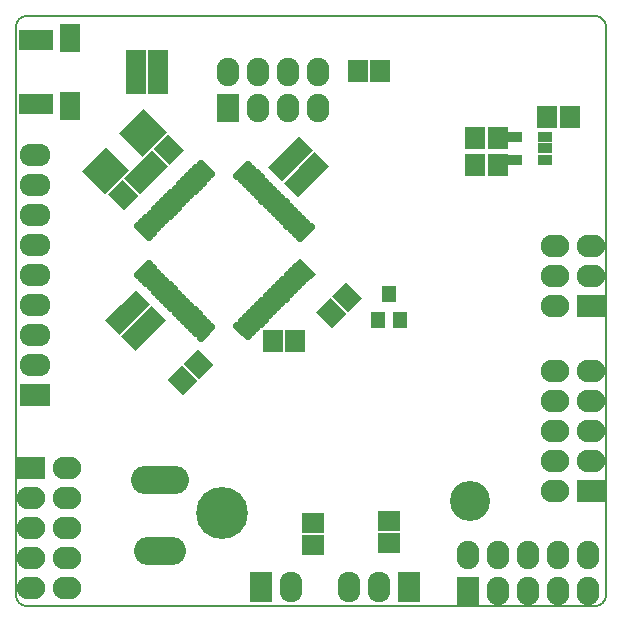
<source format=gbs>
%FSLAX34Y34*%
G04 Gerber Fmt 3.4, Leading zero omitted, Abs format*
G04 (created by PCBNEW (2013-11-08 BZR 4448)-product) date 2013-12-08T10:58:15 CET*
%MOIN*%
G01*
G70*
G90*
G04 APERTURE LIST*
%ADD10C,0.005906*%
%ADD11C,0.133858*%
%ADD12R,0.070848X0.094448*%
%ADD13R,0.112248X0.066948*%
%ADD14C,0.025548*%
%ADD15R,0.045748X0.035748*%
%ADD16R,0.047248X0.055148*%
%ADD17R,0.075748X0.102348*%
%ADD18O,0.075748X0.102348*%
%ADD19R,0.094448X0.075748*%
%ADD20O,0.094448X0.075748*%
%ADD21R,0.075748X0.094448*%
%ADD22O,0.075748X0.094448*%
%ADD23R,0.102348X0.075748*%
%ADD24O,0.102348X0.075748*%
%ADD25R,0.066948X0.074748*%
%ADD26R,0.074748X0.066948*%
%ADD27C,0.173228*%
%ADD28O,0.173248X0.094448*%
%ADD29O,0.192948X0.094448*%
G04 APERTURE END LIST*
G54D10*
X42913Y-43307D02*
G75*
G03X43307Y-42913I0J393D01*
G74*
G01*
X23622Y-42913D02*
G75*
G03X24015Y-43307I393J0D01*
G74*
G01*
X24015Y-23622D02*
G75*
G03X23622Y-24015I0J-393D01*
G74*
G01*
X43307Y-24015D02*
G75*
G03X42913Y-23622I-393J0D01*
G74*
G01*
X23622Y-42913D02*
X23622Y-24015D01*
X42913Y-43307D02*
X24015Y-43307D01*
X43307Y-24015D02*
X43307Y-42913D01*
X24015Y-23622D02*
X42913Y-23622D01*
G54D11*
X38779Y-39803D03*
G54D12*
X25443Y-24358D03*
X25443Y-26642D03*
G54D13*
X24309Y-24427D03*
X24309Y-26573D03*
G54D10*
G36*
X27884Y-26729D02*
X28663Y-27509D01*
X27856Y-28316D01*
X27077Y-27537D01*
X27884Y-26729D01*
X27884Y-26729D01*
G37*
G36*
X26631Y-27982D02*
X27411Y-28762D01*
X26603Y-29569D01*
X25824Y-28789D01*
X26631Y-27982D01*
X26631Y-27982D01*
G37*
G36*
X33100Y-31682D02*
X33635Y-32217D01*
X33455Y-32398D01*
X32919Y-31862D01*
X33100Y-31682D01*
X33100Y-31682D01*
G37*
G54D14*
X33315Y-32357D02*
X32961Y-32002D01*
X33176Y-32496D02*
X32821Y-32141D01*
X33037Y-32635D02*
X32682Y-32280D01*
X32898Y-32775D02*
X32543Y-32420D01*
X32759Y-32913D02*
X32404Y-32558D01*
X32620Y-33053D02*
X32265Y-32698D01*
X32480Y-33192D02*
X32125Y-32837D01*
X32341Y-33331D02*
X31986Y-32976D01*
X32202Y-33470D02*
X31847Y-33115D01*
X32063Y-33610D02*
X31708Y-33255D01*
X31924Y-33748D02*
X31569Y-33393D01*
X31785Y-33888D02*
X31430Y-33533D01*
X31645Y-34027D02*
X31290Y-33672D01*
X31506Y-34166D02*
X31151Y-33811D01*
X31367Y-34306D02*
X31012Y-33951D01*
X30141Y-33995D02*
X29786Y-34350D01*
X30002Y-33856D02*
X29647Y-34211D01*
X29863Y-33716D02*
X29508Y-34071D01*
X29723Y-33577D02*
X29368Y-33932D01*
X29584Y-33438D02*
X29229Y-33793D01*
X29446Y-33299D02*
X29091Y-33654D01*
X29306Y-33160D02*
X28951Y-33515D01*
X29167Y-33021D02*
X28812Y-33376D01*
X29028Y-32881D02*
X28673Y-33236D01*
X28888Y-32742D02*
X28533Y-33097D01*
X28749Y-32603D02*
X28394Y-32958D01*
X28610Y-32464D02*
X28255Y-32819D01*
X28471Y-32325D02*
X28116Y-32680D01*
X28332Y-32186D02*
X27977Y-32541D01*
X28193Y-32046D02*
X27838Y-32401D01*
X28053Y-31907D02*
X27698Y-32262D01*
X28053Y-30992D02*
X27698Y-30637D01*
X28193Y-30853D02*
X27838Y-30498D01*
X28332Y-30713D02*
X27977Y-30358D01*
X28471Y-30574D02*
X28116Y-30219D01*
X28610Y-30435D02*
X28255Y-30080D01*
X28749Y-30296D02*
X28394Y-29941D01*
X28888Y-30157D02*
X28533Y-29802D01*
X29028Y-30018D02*
X28673Y-29663D01*
X29167Y-29878D02*
X28812Y-29523D01*
X29306Y-29739D02*
X28951Y-29384D01*
X29446Y-29600D02*
X29091Y-29245D01*
X29584Y-29461D02*
X29229Y-29106D01*
X29723Y-29322D02*
X29368Y-28967D01*
X29863Y-29183D02*
X29508Y-28828D01*
X30002Y-29043D02*
X29647Y-28688D01*
X30141Y-28904D02*
X29786Y-28549D01*
X31367Y-28593D02*
X31012Y-28948D01*
X31506Y-28733D02*
X31151Y-29088D01*
X31785Y-29011D02*
X31430Y-29366D01*
X31650Y-28867D02*
X31295Y-29222D01*
X31924Y-29151D02*
X31569Y-29506D01*
X32063Y-29289D02*
X31708Y-29644D01*
X32202Y-29429D02*
X31847Y-29784D01*
X32341Y-29568D02*
X31986Y-29923D01*
X32480Y-29707D02*
X32125Y-30062D01*
X32620Y-29846D02*
X32265Y-30201D01*
X32757Y-29984D02*
X32402Y-30339D01*
X32896Y-30123D02*
X32541Y-30478D01*
X33035Y-30262D02*
X32681Y-30617D01*
X33175Y-30402D02*
X32820Y-30757D01*
X33313Y-30540D02*
X32958Y-30895D01*
X33453Y-30679D02*
X33098Y-31034D01*
G54D15*
X41261Y-27669D03*
X41261Y-28419D03*
X40261Y-27669D03*
X41261Y-28044D03*
X40261Y-28419D03*
G54D16*
X36062Y-32913D03*
X35687Y-33779D03*
X36437Y-33779D03*
G54D17*
X36748Y-42677D03*
G54D18*
X35748Y-42677D03*
X34748Y-42677D03*
G54D19*
X24126Y-38708D03*
G54D20*
X25322Y-38708D03*
X24126Y-39708D03*
X25322Y-39708D03*
X24126Y-40708D03*
X25322Y-40708D03*
X24126Y-41708D03*
X25322Y-41708D03*
X24126Y-42708D03*
X25322Y-42708D03*
G54D21*
X38708Y-42802D03*
G54D22*
X38708Y-41606D03*
X39708Y-42802D03*
X39708Y-41606D03*
X40708Y-42802D03*
X40708Y-41606D03*
X41708Y-42802D03*
X41708Y-41606D03*
X42708Y-42802D03*
X42708Y-41606D03*
G54D19*
X42802Y-39480D03*
G54D20*
X41606Y-39480D03*
X42802Y-38480D03*
X41606Y-38480D03*
X42802Y-37480D03*
X41606Y-37480D03*
X42802Y-36480D03*
X41606Y-36480D03*
X42802Y-35480D03*
X41606Y-35480D03*
G54D17*
X31783Y-42677D03*
G54D18*
X32783Y-42677D03*
G54D21*
X30700Y-26698D03*
G54D22*
X30700Y-25502D03*
X31700Y-26698D03*
X31700Y-25502D03*
X32700Y-26698D03*
X32700Y-25502D03*
X33700Y-26698D03*
X33700Y-25502D03*
G54D23*
X24250Y-36250D03*
G54D24*
X24250Y-35250D03*
X24250Y-34250D03*
X24250Y-33250D03*
X24250Y-32250D03*
X24250Y-31250D03*
X24250Y-30250D03*
X24250Y-29250D03*
X24250Y-28250D03*
G54D19*
X42802Y-33283D03*
G54D20*
X41606Y-33283D03*
X42802Y-32283D03*
X41606Y-32283D03*
X42802Y-31283D03*
X41606Y-31283D03*
G54D10*
G36*
X28171Y-28110D02*
X28700Y-28639D01*
X28226Y-29112D01*
X27698Y-28584D01*
X28171Y-28110D01*
X28171Y-28110D01*
G37*
G36*
X28702Y-27580D02*
X29230Y-28108D01*
X28757Y-28582D01*
X28228Y-28053D01*
X28702Y-27580D01*
X28702Y-27580D01*
G37*
G36*
X27773Y-29566D02*
X27244Y-29037D01*
X27717Y-28564D01*
X28246Y-29093D01*
X27773Y-29566D01*
X27773Y-29566D01*
G37*
G36*
X27242Y-30096D02*
X26714Y-29568D01*
X27187Y-29094D01*
X27716Y-29623D01*
X27242Y-30096D01*
X27242Y-30096D01*
G37*
G36*
X27618Y-33816D02*
X28147Y-33287D01*
X28620Y-33761D01*
X28091Y-34289D01*
X27618Y-33816D01*
X27618Y-33816D01*
G37*
G36*
X27088Y-33286D02*
X27616Y-32757D01*
X28090Y-33230D01*
X27561Y-33759D01*
X27088Y-33286D01*
X27088Y-33286D01*
G37*
G36*
X32559Y-29190D02*
X33088Y-28661D01*
X33561Y-29135D01*
X33032Y-29663D01*
X32559Y-29190D01*
X32559Y-29190D01*
G37*
G36*
X32029Y-28660D02*
X32557Y-28131D01*
X33031Y-28604D01*
X32502Y-29133D01*
X32029Y-28660D01*
X32029Y-28660D01*
G37*
G36*
X27126Y-34308D02*
X27654Y-33779D01*
X28128Y-34253D01*
X27599Y-34781D01*
X27126Y-34308D01*
X27126Y-34308D01*
G37*
G36*
X26596Y-33778D02*
X27124Y-33249D01*
X27598Y-33723D01*
X27069Y-34251D01*
X26596Y-33778D01*
X26596Y-33778D01*
G37*
G36*
X33071Y-28678D02*
X33599Y-28150D01*
X34073Y-28623D01*
X33544Y-29151D01*
X33071Y-28678D01*
X33071Y-28678D01*
G37*
G36*
X32540Y-28148D02*
X33069Y-27619D01*
X33542Y-28093D01*
X33014Y-28621D01*
X32540Y-28148D01*
X32540Y-28148D01*
G37*
G54D25*
X39686Y-27694D03*
X38936Y-27694D03*
X41336Y-26994D03*
X42086Y-26994D03*
G54D10*
G36*
X34116Y-33031D02*
X34645Y-33560D01*
X34171Y-34033D01*
X33643Y-33505D01*
X34116Y-33031D01*
X34116Y-33031D01*
G37*
G36*
X34647Y-32501D02*
X35175Y-33030D01*
X34702Y-33503D01*
X34173Y-32974D01*
X34647Y-32501D01*
X34647Y-32501D01*
G37*
G54D25*
X32934Y-34448D03*
X32184Y-34448D03*
X39686Y-28594D03*
X38936Y-28594D03*
X28367Y-25866D03*
X27617Y-25866D03*
X28367Y-25118D03*
X27617Y-25118D03*
G54D10*
G36*
X29741Y-35747D02*
X29213Y-35219D01*
X29686Y-34745D01*
X30214Y-35274D01*
X29741Y-35747D01*
X29741Y-35747D01*
G37*
G36*
X29211Y-36277D02*
X28682Y-35749D01*
X29156Y-35276D01*
X29684Y-35804D01*
X29211Y-36277D01*
X29211Y-36277D01*
G37*
G54D26*
X33543Y-40530D03*
X33543Y-41280D03*
X36062Y-40451D03*
X36062Y-41201D03*
G54D25*
X35018Y-25472D03*
X35768Y-25472D03*
G54D27*
X30512Y-40196D03*
G54D28*
X28425Y-41476D03*
G54D29*
X28425Y-39113D03*
M02*

</source>
